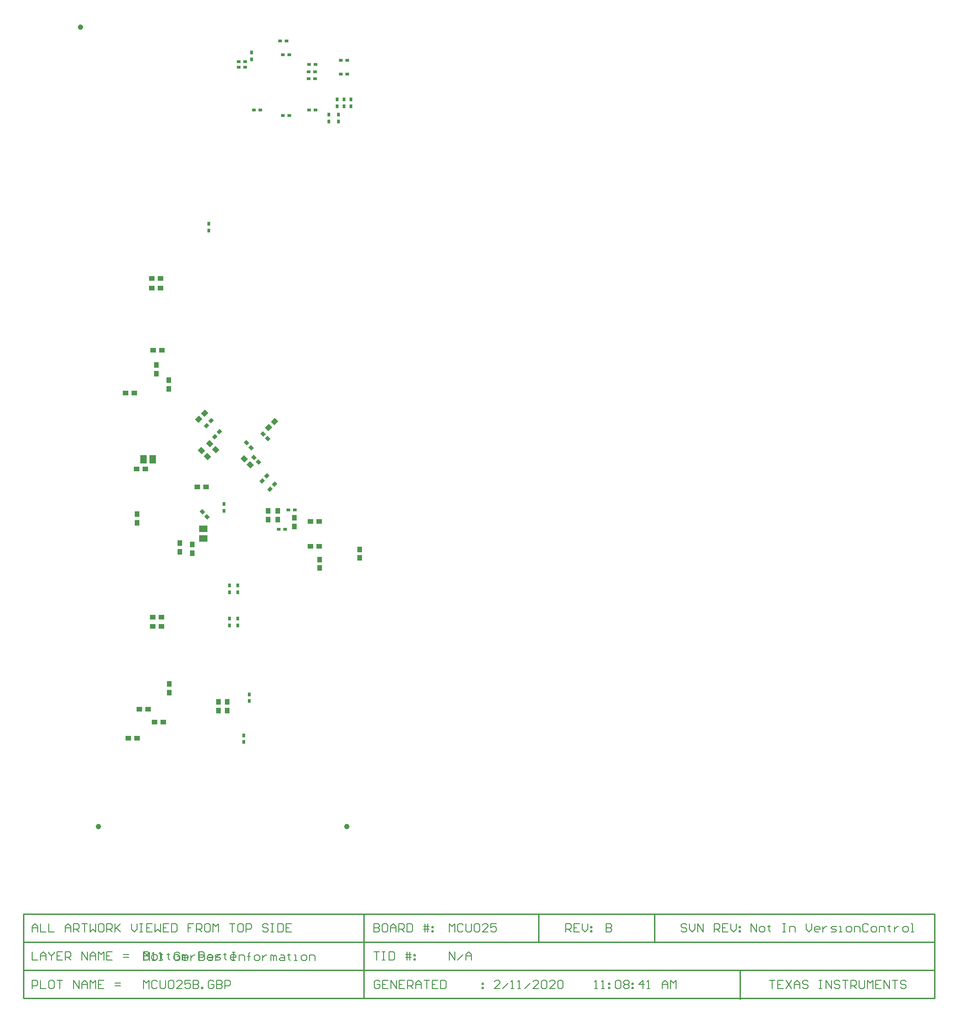
<source format=gbp>
G04*
G04 #@! TF.GenerationSoftware,Altium Limited,Altium Designer,18.1.9 (240)*
G04*
G04 Layer_Color=128*
%FSAX25Y25*%
%MOIN*%
G70*
G01*
G75*
%ADD11C,0.01000*%
%ADD18C,0.00800*%
%ADD40R,0.03150X0.02362*%
%ADD43R,0.02362X0.03150*%
%ADD50C,0.03937*%
%ADD59R,0.03740X0.03937*%
%ADD60R,0.03937X0.03740*%
%ADD139R,0.05118X0.05906*%
G04:AMPARAMS|DCode=140|XSize=37.4mil|YSize=39.37mil|CornerRadius=0mil|HoleSize=0mil|Usage=FLASHONLY|Rotation=135.000|XOffset=0mil|YOffset=0mil|HoleType=Round|Shape=Rectangle|*
%AMROTATEDRECTD140*
4,1,4,0.02714,0.00070,-0.00070,-0.02714,-0.02714,-0.00070,0.00070,0.02714,0.02714,0.00070,0.0*
%
%ADD140ROTATEDRECTD140*%

G04:AMPARAMS|DCode=141|XSize=23.62mil|YSize=31.5mil|CornerRadius=0mil|HoleSize=0mil|Usage=FLASHONLY|Rotation=225.000|XOffset=0mil|YOffset=0mil|HoleType=Round|Shape=Rectangle|*
%AMROTATEDRECTD141*
4,1,4,-0.00278,0.01949,0.01949,-0.00278,0.00278,-0.01949,-0.01949,0.00278,-0.00278,0.01949,0.0*
%
%ADD141ROTATEDRECTD141*%

G04:AMPARAMS|DCode=142|XSize=23.62mil|YSize=31.5mil|CornerRadius=0mil|HoleSize=0mil|Usage=FLASHONLY|Rotation=315.000|XOffset=0mil|YOffset=0mil|HoleType=Round|Shape=Rectangle|*
%AMROTATEDRECTD142*
4,1,4,-0.01949,-0.00278,0.00278,0.01949,0.01949,0.00278,-0.00278,-0.01949,-0.01949,-0.00278,0.0*
%
%ADD142ROTATEDRECTD142*%

G04:AMPARAMS|DCode=143|XSize=37.4mil|YSize=39.37mil|CornerRadius=0mil|HoleSize=0mil|Usage=FLASHONLY|Rotation=225.000|XOffset=0mil|YOffset=0mil|HoleType=Round|Shape=Rectangle|*
%AMROTATEDRECTD143*
4,1,4,-0.00070,0.02714,0.02714,-0.00070,0.00070,-0.02714,-0.02714,0.00070,-0.00070,0.02714,0.0*
%
%ADD143ROTATEDRECTD143*%

%ADD145R,0.05906X0.05118*%
G54D11*
X0559400Y0039400D02*
Y0059683D01*
X0440500Y0040050D02*
X0700200D01*
Y0101050D01*
X0286500Y0040050D02*
Y0101050D01*
X0040000Y0040050D02*
Y0101050D01*
X0040050Y0040050D02*
X0197600D01*
X0040050D02*
Y0101050D01*
X0700200D01*
X0040000Y0040050D02*
X0440500D01*
X0040000Y0060383D02*
X0700000D01*
X0040000Y0080717D02*
X0700200D01*
X0413200D02*
Y0101050D01*
X0497200Y0080717D02*
Y0101050D01*
G54D18*
X0126900Y0073549D02*
Y0067551D01*
X0129899D01*
X0130899Y0068550D01*
Y0069550D01*
X0129899Y0070550D01*
X0126900D01*
X0129899D01*
X0130899Y0071549D01*
Y0072549D01*
X0129899Y0073549D01*
X0126900D01*
X0133898Y0067551D02*
X0135897D01*
X0136897Y0068550D01*
Y0070550D01*
X0135897Y0071549D01*
X0133898D01*
X0132898Y0070550D01*
Y0068550D01*
X0133898Y0067551D01*
X0139896Y0072549D02*
Y0071549D01*
X0138896D01*
X0140895D01*
X0139896D01*
Y0068550D01*
X0140895Y0067551D01*
X0144894Y0072549D02*
Y0071549D01*
X0143895D01*
X0145894D01*
X0144894D01*
Y0068550D01*
X0145894Y0067551D01*
X0149893D02*
X0151892D01*
X0152892Y0068550D01*
Y0070550D01*
X0151892Y0071549D01*
X0149893D01*
X0148893Y0070550D01*
Y0068550D01*
X0149893Y0067551D01*
X0154891D02*
Y0071549D01*
X0155891D01*
X0156890Y0070550D01*
Y0067551D01*
Y0070550D01*
X0157890Y0071549D01*
X0158890Y0070550D01*
Y0067551D01*
X0166887D02*
Y0073549D01*
X0169886D01*
X0170886Y0072549D01*
Y0070550D01*
X0169886Y0069550D01*
X0166887D01*
X0173885Y0071549D02*
X0175884D01*
X0176884Y0070550D01*
Y0067551D01*
X0173885D01*
X0172885Y0068550D01*
X0173885Y0069550D01*
X0176884D01*
X0178883Y0067551D02*
X0181882D01*
X0182882Y0068550D01*
X0181882Y0069550D01*
X0179883D01*
X0178883Y0070550D01*
X0179883Y0071549D01*
X0182882D01*
X0185881Y0072549D02*
Y0071549D01*
X0184881D01*
X0186881D01*
X0185881D01*
Y0068550D01*
X0186881Y0067551D01*
X0192879D02*
X0190879D01*
X0189880Y0068550D01*
Y0070550D01*
X0190879Y0071549D01*
X0192879D01*
X0193878Y0070550D01*
Y0069550D01*
X0189880D01*
X0127200Y0067400D02*
Y0073398D01*
X0129199Y0071399D01*
X0131199Y0073398D01*
Y0067400D01*
X0133198D02*
X0135197D01*
X0134198D01*
Y0073398D01*
X0133198Y0072398D01*
X0138196Y0067400D02*
X0140196D01*
X0139196D01*
Y0073398D01*
X0138196Y0072398D01*
X0153192D02*
X0152192Y0073398D01*
X0150193D01*
X0149193Y0072398D01*
Y0068400D01*
X0150193Y0067400D01*
X0152192D01*
X0153192Y0068400D01*
Y0070399D01*
X0151192D01*
X0158190Y0067400D02*
X0156191D01*
X0155191Y0068400D01*
Y0070399D01*
X0156191Y0071399D01*
X0158190D01*
X0159190Y0070399D01*
Y0069399D01*
X0155191D01*
X0161189Y0071399D02*
Y0067400D01*
Y0069399D01*
X0162189Y0070399D01*
X0163188Y0071399D01*
X0164188D01*
X0167187Y0073398D02*
Y0067400D01*
X0170186D01*
X0171186Y0068400D01*
Y0069399D01*
Y0070399D01*
X0170186Y0071399D01*
X0167187D01*
X0176184Y0067400D02*
X0174185D01*
X0173185Y0068400D01*
Y0070399D01*
X0174185Y0071399D01*
X0176184D01*
X0177184Y0070399D01*
Y0069399D01*
X0173185D01*
X0179183Y0071399D02*
Y0067400D01*
Y0069399D01*
X0180183Y0070399D01*
X0181183Y0071399D01*
X0182182D01*
X0191179Y0073398D02*
X0193179D01*
X0192179D01*
Y0067400D01*
X0191179D01*
X0193179D01*
X0196178D02*
Y0071399D01*
X0199177D01*
X0200176Y0070399D01*
Y0067400D01*
X0203175D02*
Y0072398D01*
Y0070399D01*
X0202176D01*
X0204175D01*
X0203175D01*
Y0072398D01*
X0204175Y0073398D01*
X0208174Y0067400D02*
X0210173D01*
X0211173Y0068400D01*
Y0070399D01*
X0210173Y0071399D01*
X0208174D01*
X0207174Y0070399D01*
Y0068400D01*
X0208174Y0067400D01*
X0213172Y0071399D02*
Y0067400D01*
Y0069399D01*
X0214172Y0070399D01*
X0215172Y0071399D01*
X0216171D01*
X0219170Y0067400D02*
Y0071399D01*
X0220170D01*
X0221170Y0070399D01*
Y0067400D01*
Y0070399D01*
X0222169Y0071399D01*
X0223169Y0070399D01*
Y0067400D01*
X0226168Y0071399D02*
X0228167D01*
X0229167Y0070399D01*
Y0067400D01*
X0226168D01*
X0225168Y0068400D01*
X0226168Y0069399D01*
X0229167D01*
X0232166Y0072398D02*
Y0071399D01*
X0231166D01*
X0233166D01*
X0232166D01*
Y0068400D01*
X0233166Y0067400D01*
X0236165D02*
X0238164D01*
X0237164D01*
Y0071399D01*
X0236165D01*
X0242163Y0067400D02*
X0244162D01*
X0245162Y0068400D01*
Y0070399D01*
X0244162Y0071399D01*
X0242163D01*
X0241163Y0070399D01*
Y0068400D01*
X0242163Y0067400D01*
X0247161D02*
Y0071399D01*
X0250160D01*
X0251160Y0070399D01*
Y0067400D01*
X0348550Y0067500D02*
Y0073498D01*
X0352549Y0067500D01*
Y0073498D01*
X0354548Y0067500D02*
X0358547Y0071499D01*
X0360546Y0067500D02*
Y0071499D01*
X0362545Y0073498D01*
X0364545Y0071499D01*
Y0067500D01*
Y0070499D01*
X0360546D01*
X0294000Y0073498D02*
X0297999D01*
X0295999D01*
Y0067500D01*
X0299998Y0073498D02*
X0301997D01*
X0300998D01*
Y0067500D01*
X0299998D01*
X0301997D01*
X0304996Y0073498D02*
Y0067500D01*
X0307996D01*
X0308995Y0068500D01*
Y0072498D01*
X0307996Y0073498D01*
X0304996D01*
X0317992Y0067500D02*
Y0073498D01*
X0319992D02*
Y0067500D01*
X0316993Y0071499D02*
X0319992D01*
X0320991D01*
X0316993Y0069499D02*
X0320991D01*
X0322991Y0071499D02*
X0323990D01*
Y0070499D01*
X0322991D01*
Y0071499D01*
Y0068500D02*
X0323990D01*
Y0067500D01*
X0322991D01*
Y0068500D01*
X0580500Y0052965D02*
X0584499D01*
X0582499D01*
Y0046966D01*
X0590497Y0052965D02*
X0586498D01*
Y0046966D01*
X0590497D01*
X0586498Y0049966D02*
X0588497D01*
X0592496Y0052965D02*
X0596495Y0046966D01*
Y0052965D02*
X0592496Y0046966D01*
X0598494D02*
Y0050965D01*
X0600493Y0052965D01*
X0602493Y0050965D01*
Y0046966D01*
Y0049966D01*
X0598494D01*
X0608491Y0051965D02*
X0607491Y0052965D01*
X0605492D01*
X0604492Y0051965D01*
Y0050965D01*
X0605492Y0049966D01*
X0607491D01*
X0608491Y0048966D01*
Y0047966D01*
X0607491Y0046966D01*
X0605492D01*
X0604492Y0047966D01*
X0616488Y0052965D02*
X0618488D01*
X0617488D01*
Y0046966D01*
X0616488D01*
X0618488D01*
X0621487D02*
Y0052965D01*
X0625486Y0046966D01*
Y0052965D01*
X0631484Y0051965D02*
X0630484Y0052965D01*
X0628484D01*
X0627485Y0051965D01*
Y0050965D01*
X0628484Y0049966D01*
X0630484D01*
X0631484Y0048966D01*
Y0047966D01*
X0630484Y0046966D01*
X0628484D01*
X0627485Y0047966D01*
X0633483Y0052965D02*
X0637482D01*
X0635482D01*
Y0046966D01*
X0639481D02*
Y0052965D01*
X0642480D01*
X0643480Y0051965D01*
Y0049966D01*
X0642480Y0048966D01*
X0639481D01*
X0641480D02*
X0643480Y0046966D01*
X0645479Y0052965D02*
Y0047966D01*
X0646479Y0046966D01*
X0648478D01*
X0649478Y0047966D01*
Y0052965D01*
X0651477Y0046966D02*
Y0052965D01*
X0653476Y0050965D01*
X0655476Y0052965D01*
Y0046966D01*
X0661474Y0052965D02*
X0657475D01*
Y0046966D01*
X0661474D01*
X0657475Y0049966D02*
X0659474D01*
X0663473Y0046966D02*
Y0052965D01*
X0667472Y0046966D01*
Y0052965D01*
X0669471D02*
X0673470D01*
X0671471D01*
Y0046966D01*
X0679468Y0051965D02*
X0678468Y0052965D01*
X0676469D01*
X0675469Y0051965D01*
Y0050965D01*
X0676469Y0049966D01*
X0678468D01*
X0679468Y0048966D01*
Y0047966D01*
X0678468Y0046966D01*
X0676469D01*
X0675469Y0047966D01*
X0454050Y0046966D02*
X0456049D01*
X0455050D01*
Y0052965D01*
X0454050Y0051965D01*
X0459048Y0046966D02*
X0461048D01*
X0460048D01*
Y0052965D01*
X0459048Y0051965D01*
X0464047Y0050965D02*
X0465046D01*
Y0049966D01*
X0464047D01*
Y0050965D01*
Y0047966D02*
X0465046D01*
Y0046966D01*
X0464047D01*
Y0047966D01*
X0469045Y0051965D02*
X0470045Y0052965D01*
X0472044D01*
X0473044Y0051965D01*
Y0047966D01*
X0472044Y0046966D01*
X0470045D01*
X0469045Y0047966D01*
Y0051965D01*
X0475043D02*
X0476043Y0052965D01*
X0478042D01*
X0479042Y0051965D01*
Y0050965D01*
X0478042Y0049966D01*
X0479042Y0048966D01*
Y0047966D01*
X0478042Y0046966D01*
X0476043D01*
X0475043Y0047966D01*
Y0048966D01*
X0476043Y0049966D01*
X0475043Y0050965D01*
Y0051965D01*
X0476043Y0049966D02*
X0478042D01*
X0481041Y0050965D02*
X0482041D01*
Y0049966D01*
X0481041D01*
Y0050965D01*
Y0047966D02*
X0482041D01*
Y0046966D01*
X0481041D01*
Y0047966D01*
X0489039Y0046966D02*
Y0052965D01*
X0486040Y0049966D01*
X0490038D01*
X0492038Y0046966D02*
X0494037D01*
X0493037D01*
Y0052965D01*
X0492038Y0051965D01*
X0503034Y0046966D02*
Y0050965D01*
X0505033Y0052965D01*
X0507033Y0050965D01*
Y0046966D01*
Y0049966D01*
X0503034D01*
X0509032Y0046966D02*
Y0052965D01*
X0511031Y0050965D01*
X0513031Y0052965D01*
Y0046966D01*
X0046350D02*
Y0052965D01*
X0049349D01*
X0050349Y0051965D01*
Y0049966D01*
X0049349Y0048966D01*
X0046350D01*
X0052348Y0052965D02*
Y0046966D01*
X0056347D01*
X0061345Y0052965D02*
X0059346D01*
X0058346Y0051965D01*
Y0047966D01*
X0059346Y0046966D01*
X0061345D01*
X0062345Y0047966D01*
Y0051965D01*
X0061345Y0052965D01*
X0064344D02*
X0068343D01*
X0066343D01*
Y0046966D01*
X0076340D02*
Y0052965D01*
X0080339Y0046966D01*
Y0052965D01*
X0082338Y0046966D02*
Y0050965D01*
X0084338Y0052965D01*
X0086337Y0050965D01*
Y0046966D01*
Y0049966D01*
X0082338D01*
X0088336Y0046966D02*
Y0052965D01*
X0090336Y0050965D01*
X0092335Y0052965D01*
Y0046966D01*
X0098333Y0052965D02*
X0094335D01*
Y0046966D01*
X0098333D01*
X0094335Y0049966D02*
X0096334D01*
X0106331Y0048966D02*
X0110329D01*
X0106331Y0050965D02*
X0110329D01*
X0046350Y0073549D02*
Y0067551D01*
X0050349D01*
X0052348D02*
Y0071549D01*
X0054347Y0073549D01*
X0056347Y0071549D01*
Y0067551D01*
Y0070550D01*
X0052348D01*
X0058346Y0073549D02*
Y0072549D01*
X0060346Y0070550D01*
X0062345Y0072549D01*
Y0073549D01*
X0060346Y0070550D02*
Y0067551D01*
X0068343Y0073549D02*
X0064344D01*
Y0067551D01*
X0068343D01*
X0064344Y0070550D02*
X0066343D01*
X0070342Y0067551D02*
Y0073549D01*
X0073341D01*
X0074341Y0072549D01*
Y0070550D01*
X0073341Y0069550D01*
X0070342D01*
X0072342D02*
X0074341Y0067551D01*
X0082338D02*
Y0073549D01*
X0086337Y0067551D01*
Y0073549D01*
X0088336Y0067551D02*
Y0071549D01*
X0090336Y0073549D01*
X0092335Y0071549D01*
Y0067551D01*
Y0070550D01*
X0088336D01*
X0094335Y0067551D02*
Y0073549D01*
X0096334Y0071549D01*
X0098333Y0073549D01*
Y0067551D01*
X0104331Y0073549D02*
X0100332D01*
Y0067551D01*
X0104331D01*
X0100332Y0070550D02*
X0102332D01*
X0112329Y0069550D02*
X0116327D01*
X0112329Y0071549D02*
X0116327D01*
X0294000Y0093831D02*
Y0087833D01*
X0296999D01*
X0297999Y0088833D01*
Y0089833D01*
X0296999Y0090832D01*
X0294000D01*
X0296999D01*
X0297999Y0091832D01*
Y0092832D01*
X0296999Y0093831D01*
X0294000D01*
X0302997D02*
X0300998D01*
X0299998Y0092832D01*
Y0088833D01*
X0300998Y0087833D01*
X0302997D01*
X0303997Y0088833D01*
Y0092832D01*
X0302997Y0093831D01*
X0305996Y0087833D02*
Y0091832D01*
X0307996Y0093831D01*
X0309995Y0091832D01*
Y0087833D01*
Y0090832D01*
X0305996D01*
X0311994Y0087833D02*
Y0093831D01*
X0314993D01*
X0315993Y0092832D01*
Y0090832D01*
X0314993Y0089833D01*
X0311994D01*
X0313994D02*
X0315993Y0087833D01*
X0317992Y0093831D02*
Y0087833D01*
X0320991D01*
X0321991Y0088833D01*
Y0092832D01*
X0320991Y0093831D01*
X0317992D01*
X0330988Y0087833D02*
Y0093831D01*
X0332987D02*
Y0087833D01*
X0329988Y0091832D02*
X0332987D01*
X0333987D01*
X0329988Y0089833D02*
X0333987D01*
X0335986Y0091832D02*
X0336986D01*
Y0090832D01*
X0335986D01*
Y0091832D01*
Y0088833D02*
X0336986D01*
Y0087833D01*
X0335986D01*
Y0088833D01*
X0348550Y0087833D02*
Y0093831D01*
X0350549Y0091832D01*
X0352549Y0093831D01*
Y0087833D01*
X0358547Y0092832D02*
X0357547Y0093831D01*
X0355548D01*
X0354548Y0092832D01*
Y0088833D01*
X0355548Y0087833D01*
X0357547D01*
X0358547Y0088833D01*
X0360546Y0093831D02*
Y0088833D01*
X0361546Y0087833D01*
X0363545D01*
X0364545Y0088833D01*
Y0093831D01*
X0366544Y0092832D02*
X0367544Y0093831D01*
X0369543D01*
X0370543Y0092832D01*
Y0088833D01*
X0369543Y0087833D01*
X0367544D01*
X0366544Y0088833D01*
Y0092832D01*
X0376541Y0087833D02*
X0372542D01*
X0376541Y0091832D01*
Y0092832D01*
X0375541Y0093831D01*
X0373542D01*
X0372542Y0092832D01*
X0382539Y0093831D02*
X0378540D01*
Y0090832D01*
X0380540Y0091832D01*
X0381539D01*
X0382539Y0090832D01*
Y0088833D01*
X0381539Y0087833D01*
X0379540D01*
X0378540Y0088833D01*
X0462150Y0093831D02*
Y0087833D01*
X0465149D01*
X0466149Y0088833D01*
Y0089833D01*
X0465149Y0090832D01*
X0462150D01*
X0465149D01*
X0466149Y0091832D01*
Y0092832D01*
X0465149Y0093831D01*
X0462150D01*
X0046350Y0087833D02*
Y0091832D01*
X0048349Y0093831D01*
X0050349Y0091832D01*
Y0087833D01*
Y0090832D01*
X0046350D01*
X0052348Y0093831D02*
Y0087833D01*
X0056347D01*
X0058346Y0093831D02*
Y0087833D01*
X0062345D01*
X0070342D02*
Y0091832D01*
X0072342Y0093831D01*
X0074341Y0091832D01*
Y0087833D01*
Y0090832D01*
X0070342D01*
X0076340Y0087833D02*
Y0093831D01*
X0079339D01*
X0080339Y0092832D01*
Y0090832D01*
X0079339Y0089833D01*
X0076340D01*
X0078340D02*
X0080339Y0087833D01*
X0082338Y0093831D02*
X0086337D01*
X0084338D01*
Y0087833D01*
X0088336Y0093831D02*
Y0087833D01*
X0090336Y0089833D01*
X0092335Y0087833D01*
Y0093831D01*
X0097334D02*
X0095334D01*
X0094335Y0092832D01*
Y0088833D01*
X0095334Y0087833D01*
X0097334D01*
X0098333Y0088833D01*
Y0092832D01*
X0097334Y0093831D01*
X0100332Y0087833D02*
Y0093831D01*
X0103332D01*
X0104331Y0092832D01*
Y0090832D01*
X0103332Y0089833D01*
X0100332D01*
X0102332D02*
X0104331Y0087833D01*
X0106331Y0093831D02*
Y0087833D01*
Y0089833D01*
X0110329Y0093831D01*
X0107330Y0090832D01*
X0110329Y0087833D01*
X0118327Y0093831D02*
Y0089833D01*
X0120326Y0087833D01*
X0122325Y0089833D01*
Y0093831D01*
X0124325D02*
X0126324D01*
X0125324D01*
Y0087833D01*
X0124325D01*
X0126324D01*
X0133322Y0093831D02*
X0129323D01*
Y0087833D01*
X0133322D01*
X0129323Y0090832D02*
X0131323D01*
X0135321Y0093831D02*
Y0087833D01*
X0137321Y0089833D01*
X0139320Y0087833D01*
Y0093831D01*
X0145318D02*
X0141319D01*
Y0087833D01*
X0145318D01*
X0141319Y0090832D02*
X0143319D01*
X0147317Y0093831D02*
Y0087833D01*
X0150316D01*
X0151316Y0088833D01*
Y0092832D01*
X0150316Y0093831D01*
X0147317D01*
X0163312D02*
X0159313D01*
Y0090832D01*
X0161313D01*
X0159313D01*
Y0087833D01*
X0165312D02*
Y0093831D01*
X0168310D01*
X0169310Y0092832D01*
Y0090832D01*
X0168310Y0089833D01*
X0165312D01*
X0167311D02*
X0169310Y0087833D01*
X0174309Y0093831D02*
X0172309D01*
X0171310Y0092832D01*
Y0088833D01*
X0172309Y0087833D01*
X0174309D01*
X0175308Y0088833D01*
Y0092832D01*
X0174309Y0093831D01*
X0177308Y0087833D02*
Y0093831D01*
X0179307Y0091832D01*
X0181306Y0093831D01*
Y0087833D01*
X0189304Y0093831D02*
X0193303D01*
X0191303D01*
Y0087833D01*
X0198301Y0093831D02*
X0196301D01*
X0195302Y0092832D01*
Y0088833D01*
X0196301Y0087833D01*
X0198301D01*
X0199301Y0088833D01*
Y0092832D01*
X0198301Y0093831D01*
X0201300Y0087833D02*
Y0093831D01*
X0204299D01*
X0205299Y0092832D01*
Y0090832D01*
X0204299Y0089833D01*
X0201300D01*
X0217295Y0092832D02*
X0216295Y0093831D01*
X0214296D01*
X0213296Y0092832D01*
Y0091832D01*
X0214296Y0090832D01*
X0216295D01*
X0217295Y0089833D01*
Y0088833D01*
X0216295Y0087833D01*
X0214296D01*
X0213296Y0088833D01*
X0219294Y0093831D02*
X0221293D01*
X0220294D01*
Y0087833D01*
X0219294D01*
X0221293D01*
X0224292Y0093831D02*
Y0087833D01*
X0227291D01*
X0228291Y0088833D01*
Y0092832D01*
X0227291Y0093831D01*
X0224292D01*
X0234289D02*
X0230291D01*
Y0087833D01*
X0234289D01*
X0230291Y0090832D02*
X0232290D01*
X0298199Y0051965D02*
X0297199Y0052965D01*
X0295200D01*
X0294200Y0051965D01*
Y0047966D01*
X0295200Y0046966D01*
X0297199D01*
X0298199Y0047966D01*
Y0049966D01*
X0296199D01*
X0304197Y0052965D02*
X0300198D01*
Y0046966D01*
X0304197D01*
X0300198Y0049966D02*
X0302197D01*
X0306196Y0046966D02*
Y0052965D01*
X0310195Y0046966D01*
Y0052965D01*
X0316193D02*
X0312194D01*
Y0046966D01*
X0316193D01*
X0312194Y0049966D02*
X0314194D01*
X0318192Y0046966D02*
Y0052965D01*
X0321191D01*
X0322191Y0051965D01*
Y0049966D01*
X0321191Y0048966D01*
X0318192D01*
X0320192D02*
X0322191Y0046966D01*
X0324190D02*
Y0050965D01*
X0326190Y0052965D01*
X0328189Y0050965D01*
Y0046966D01*
Y0049966D01*
X0324190D01*
X0330188Y0052965D02*
X0334187D01*
X0332188D01*
Y0046966D01*
X0340185Y0052965D02*
X0336186D01*
Y0046966D01*
X0340185D01*
X0336186Y0049966D02*
X0338186D01*
X0342184Y0052965D02*
Y0046966D01*
X0345183D01*
X0346183Y0047966D01*
Y0051965D01*
X0345183Y0052965D01*
X0342184D01*
X0372175Y0050965D02*
X0373175D01*
Y0049966D01*
X0372175D01*
Y0050965D01*
Y0047966D02*
X0373175D01*
Y0046966D01*
X0372175D01*
Y0047966D01*
X0385149Y0046966D02*
X0381150D01*
X0385149Y0050965D01*
Y0051965D01*
X0384149Y0052965D01*
X0382150D01*
X0381150Y0051965D01*
X0387148Y0046966D02*
X0391147Y0050965D01*
X0393146Y0046966D02*
X0395146D01*
X0394146D01*
Y0052965D01*
X0393146Y0051965D01*
X0398145Y0046966D02*
X0400144D01*
X0399144D01*
Y0052965D01*
X0398145Y0051965D01*
X0403143Y0046966D02*
X0407142Y0050965D01*
X0413140Y0046966D02*
X0409141D01*
X0413140Y0050965D01*
Y0051965D01*
X0412140Y0052965D01*
X0410141D01*
X0409141Y0051965D01*
X0415139D02*
X0416139Y0052965D01*
X0418138D01*
X0419138Y0051965D01*
Y0047966D01*
X0418138Y0046966D01*
X0416139D01*
X0415139Y0047966D01*
Y0051965D01*
X0425136Y0046966D02*
X0421137D01*
X0425136Y0050965D01*
Y0051965D01*
X0424136Y0052965D01*
X0422137D01*
X0421137Y0051965D01*
X0427135D02*
X0428135Y0052965D01*
X0430134D01*
X0431134Y0051965D01*
Y0047966D01*
X0430134Y0046966D01*
X0428135D01*
X0427135Y0047966D01*
Y0051965D01*
X0126900Y0046966D02*
Y0052965D01*
X0128899Y0050965D01*
X0130899Y0052965D01*
Y0046966D01*
X0136897Y0051965D02*
X0135897Y0052965D01*
X0133898D01*
X0132898Y0051965D01*
Y0047966D01*
X0133898Y0046966D01*
X0135897D01*
X0136897Y0047966D01*
X0138896Y0052965D02*
Y0047966D01*
X0139896Y0046966D01*
X0141895D01*
X0142895Y0047966D01*
Y0052965D01*
X0144894Y0051965D02*
X0145894Y0052965D01*
X0147893D01*
X0148893Y0051965D01*
Y0047966D01*
X0147893Y0046966D01*
X0145894D01*
X0144894Y0047966D01*
Y0051965D01*
X0154891Y0046966D02*
X0150892D01*
X0154891Y0050965D01*
Y0051965D01*
X0153891Y0052965D01*
X0151892D01*
X0150892Y0051965D01*
X0160889Y0052965D02*
X0156890D01*
Y0049966D01*
X0158890Y0050965D01*
X0159889D01*
X0160889Y0049966D01*
Y0047966D01*
X0159889Y0046966D01*
X0157890D01*
X0156890Y0047966D01*
X0162888Y0052965D02*
Y0046966D01*
X0165887D01*
X0166887Y0047966D01*
Y0048966D01*
X0165887Y0049966D01*
X0162888D01*
X0165887D01*
X0166887Y0050965D01*
Y0051965D01*
X0165887Y0052965D01*
X0162888D01*
X0168886Y0046966D02*
Y0047966D01*
X0169886D01*
Y0046966D01*
X0168886D01*
X0177884Y0051965D02*
X0176884Y0052965D01*
X0174884D01*
X0173885Y0051965D01*
Y0047966D01*
X0174884Y0046966D01*
X0176884D01*
X0177884Y0047966D01*
Y0049966D01*
X0175884D01*
X0179883Y0052965D02*
Y0046966D01*
X0182882D01*
X0183882Y0047966D01*
Y0048966D01*
X0182882Y0049966D01*
X0179883D01*
X0182882D01*
X0183882Y0050965D01*
Y0051965D01*
X0182882Y0052965D01*
X0179883D01*
X0185881Y0046966D02*
Y0052965D01*
X0188880D01*
X0189880Y0051965D01*
Y0049966D01*
X0188880Y0048966D01*
X0185881D01*
X0433000Y0087833D02*
Y0093831D01*
X0435999D01*
X0436999Y0092832D01*
Y0090832D01*
X0435999Y0089833D01*
X0433000D01*
X0434999D02*
X0436999Y0087833D01*
X0442997Y0093831D02*
X0438998D01*
Y0087833D01*
X0442997D01*
X0438998Y0090832D02*
X0440997D01*
X0444996Y0093831D02*
Y0089833D01*
X0446995Y0087833D01*
X0448995Y0089833D01*
Y0093831D01*
X0450994Y0091832D02*
X0451994D01*
Y0090832D01*
X0450994D01*
Y0091832D01*
Y0088833D02*
X0451994D01*
Y0087833D01*
X0450994D01*
Y0088833D01*
X0520799Y0092832D02*
X0519799Y0093831D01*
X0517800D01*
X0516800Y0092832D01*
Y0091832D01*
X0517800Y0090832D01*
X0519799D01*
X0520799Y0089833D01*
Y0088833D01*
X0519799Y0087833D01*
X0517800D01*
X0516800Y0088833D01*
X0522798Y0093831D02*
Y0089833D01*
X0524797Y0087833D01*
X0526797Y0089833D01*
Y0093831D01*
X0528796Y0087833D02*
Y0093831D01*
X0532795Y0087833D01*
Y0093831D01*
X0540792Y0087833D02*
Y0093831D01*
X0543791D01*
X0544791Y0092832D01*
Y0090832D01*
X0543791Y0089833D01*
X0540792D01*
X0542792D02*
X0544791Y0087833D01*
X0550789Y0093831D02*
X0546790D01*
Y0087833D01*
X0550789D01*
X0546790Y0090832D02*
X0548790D01*
X0552788Y0093831D02*
Y0089833D01*
X0554788Y0087833D01*
X0556787Y0089833D01*
Y0093831D01*
X0558786Y0091832D02*
X0559786D01*
Y0090832D01*
X0558786D01*
Y0091832D01*
Y0088833D02*
X0559786D01*
Y0087833D01*
X0558786D01*
Y0088833D01*
X0567400Y0087833D02*
Y0093831D01*
X0571399Y0087833D01*
Y0093831D01*
X0574398Y0087833D02*
X0576397D01*
X0577397Y0088833D01*
Y0090832D01*
X0576397Y0091832D01*
X0574398D01*
X0573398Y0090832D01*
Y0088833D01*
X0574398Y0087833D01*
X0580396Y0092832D02*
Y0091832D01*
X0579396D01*
X0581395D01*
X0580396D01*
Y0088833D01*
X0581395Y0087833D01*
X0590393Y0093831D02*
X0592392D01*
X0591392D01*
Y0087833D01*
X0590393D01*
X0592392D01*
X0595391D02*
Y0091832D01*
X0598390D01*
X0599390Y0090832D01*
Y0087833D01*
X0607387Y0093831D02*
Y0089833D01*
X0609386Y0087833D01*
X0611386Y0089833D01*
Y0093831D01*
X0616384Y0087833D02*
X0614385D01*
X0613385Y0088833D01*
Y0090832D01*
X0614385Y0091832D01*
X0616384D01*
X0617384Y0090832D01*
Y0089833D01*
X0613385D01*
X0619383Y0091832D02*
Y0087833D01*
Y0089833D01*
X0620383Y0090832D01*
X0621383Y0091832D01*
X0622382D01*
X0625381Y0087833D02*
X0628380D01*
X0629380Y0088833D01*
X0628380Y0089833D01*
X0626381D01*
X0625381Y0090832D01*
X0626381Y0091832D01*
X0629380D01*
X0631379Y0087833D02*
X0633379D01*
X0632379D01*
Y0091832D01*
X0631379D01*
X0637377Y0087833D02*
X0639377D01*
X0640376Y0088833D01*
Y0090832D01*
X0639377Y0091832D01*
X0637377D01*
X0636378Y0090832D01*
Y0088833D01*
X0637377Y0087833D01*
X0642376D02*
Y0091832D01*
X0645375D01*
X0646374Y0090832D01*
Y0087833D01*
X0652373Y0092832D02*
X0651373Y0093831D01*
X0649373D01*
X0648374Y0092832D01*
Y0088833D01*
X0649373Y0087833D01*
X0651373D01*
X0652373Y0088833D01*
X0655372Y0087833D02*
X0657371D01*
X0658371Y0088833D01*
Y0090832D01*
X0657371Y0091832D01*
X0655372D01*
X0654372Y0090832D01*
Y0088833D01*
X0655372Y0087833D01*
X0660370D02*
Y0091832D01*
X0663369D01*
X0664369Y0090832D01*
Y0087833D01*
X0667368Y0092832D02*
Y0091832D01*
X0666368D01*
X0668367D01*
X0667368D01*
Y0088833D01*
X0668367Y0087833D01*
X0671366Y0091832D02*
Y0087833D01*
Y0089833D01*
X0672366Y0090832D01*
X0673366Y0091832D01*
X0674365D01*
X0678364Y0087833D02*
X0680364D01*
X0681363Y0088833D01*
Y0090832D01*
X0680364Y0091832D01*
X0678364D01*
X0677364Y0090832D01*
Y0088833D01*
X0678364Y0087833D01*
X0683362D02*
X0685362D01*
X0684362D01*
Y0093831D01*
X0683362D01*
G54D40*
X0246838Y0683400D02*
D03*
X0251562D02*
D03*
X0228038Y0679100D02*
D03*
X0232762D02*
D03*
X0211562Y0683400D02*
D03*
X0206838D02*
D03*
X0195838Y0718400D02*
D03*
X0200562D02*
D03*
X0195838Y0714200D02*
D03*
X0200562D02*
D03*
X0225838Y0733400D02*
D03*
X0230562D02*
D03*
X0232562Y0723400D02*
D03*
X0227838D02*
D03*
X0246638Y0710800D02*
D03*
X0251362D02*
D03*
X0246638Y0705800D02*
D03*
X0251362D02*
D03*
X0246938Y0716400D02*
D03*
X0251662D02*
D03*
X0269838Y0709400D02*
D03*
X0274562D02*
D03*
Y0719400D02*
D03*
X0269838D02*
D03*
X0229684Y0379693D02*
D03*
X0224959D02*
D03*
X0231959Y0393693D02*
D03*
X0236684D02*
D03*
G54D43*
X0272200Y0686038D02*
D03*
Y0690762D02*
D03*
X0277200Y0686038D02*
D03*
Y0690762D02*
D03*
X0267200D02*
D03*
Y0686038D02*
D03*
X0261200Y0675038D02*
D03*
Y0679762D02*
D03*
X0268200Y0675038D02*
D03*
Y0679762D02*
D03*
X0205200Y0724762D02*
D03*
Y0720038D02*
D03*
X0199600Y0230362D02*
D03*
Y0225638D02*
D03*
X0203600Y0255338D02*
D03*
Y0260062D02*
D03*
X0174200Y0596038D02*
D03*
Y0600762D02*
D03*
X0185200Y0397762D02*
D03*
Y0393038D02*
D03*
X0189200Y0310038D02*
D03*
Y0314762D02*
D03*
X0195200Y0310038D02*
D03*
Y0314762D02*
D03*
Y0334038D02*
D03*
Y0338762D02*
D03*
X0189200Y0334038D02*
D03*
Y0338762D02*
D03*
G54D50*
X0274200Y0164400D02*
D03*
X0094200D02*
D03*
X0081200Y0743400D02*
D03*
G54D59*
X0283700Y0365050D02*
D03*
Y0358750D02*
D03*
X0254600Y0357709D02*
D03*
Y0351410D02*
D03*
X0217321Y0386543D02*
D03*
Y0392843D02*
D03*
X0224321Y0386543D02*
D03*
Y0392843D02*
D03*
X0136200Y0492250D02*
D03*
Y0498550D02*
D03*
X0145700Y0267550D02*
D03*
Y0261250D02*
D03*
X0145200Y0481250D02*
D03*
Y0487550D02*
D03*
X0162200Y0362250D02*
D03*
Y0368550D02*
D03*
X0122200Y0384250D02*
D03*
Y0390550D02*
D03*
X0153200Y0363250D02*
D03*
Y0369550D02*
D03*
X0236392Y0381715D02*
D03*
Y0388014D02*
D03*
X0181200Y0254550D02*
D03*
Y0248250D02*
D03*
X0187800Y0254550D02*
D03*
Y0248250D02*
D03*
G54D60*
X0128350Y0423400D02*
D03*
X0122050D02*
D03*
X0172350Y0410400D02*
D03*
X0166050D02*
D03*
X0140350Y0509400D02*
D03*
X0134050D02*
D03*
X0135050Y0239900D02*
D03*
X0141350D02*
D03*
X0130350Y0249400D02*
D03*
X0124050D02*
D03*
X0122350Y0228400D02*
D03*
X0116050D02*
D03*
X0120350Y0478400D02*
D03*
X0114050D02*
D03*
X0248050Y0385400D02*
D03*
X0254350D02*
D03*
X0248050Y0367400D02*
D03*
X0254350D02*
D03*
X0133050Y0561400D02*
D03*
X0139350D02*
D03*
X0133550Y0309400D02*
D03*
X0139850D02*
D03*
X0133050Y0554400D02*
D03*
X0139350D02*
D03*
X0139850Y0315900D02*
D03*
X0133550D02*
D03*
G54D139*
X0133546Y0430400D02*
D03*
X0126854D02*
D03*
G54D140*
X0221927Y0457627D02*
D03*
X0217473Y0453173D02*
D03*
X0166973Y0459173D02*
D03*
X0171427Y0463627D02*
D03*
G54D141*
X0172870Y0388730D02*
D03*
X0169530Y0392070D02*
D03*
X0201530Y0442070D02*
D03*
X0204870Y0438730D02*
D03*
X0210370Y0428130D02*
D03*
X0207030Y0431470D02*
D03*
X0216870Y0445230D02*
D03*
X0213530Y0448570D02*
D03*
G54D142*
X0181870Y0450070D02*
D03*
X0178530Y0446730D02*
D03*
X0221870Y0412070D02*
D03*
X0218530Y0408730D02*
D03*
X0172530Y0454730D02*
D03*
X0175870Y0458070D02*
D03*
X0213030Y0414730D02*
D03*
X0216370Y0418070D02*
D03*
G54D143*
X0174973Y0441627D02*
D03*
X0179427Y0437173D02*
D03*
X0204427Y0426173D02*
D03*
X0199973Y0430627D02*
D03*
X0168973Y0436627D02*
D03*
X0173427Y0432173D02*
D03*
G54D145*
X0170200Y0373054D02*
D03*
Y0379747D02*
D03*
M02*

</source>
